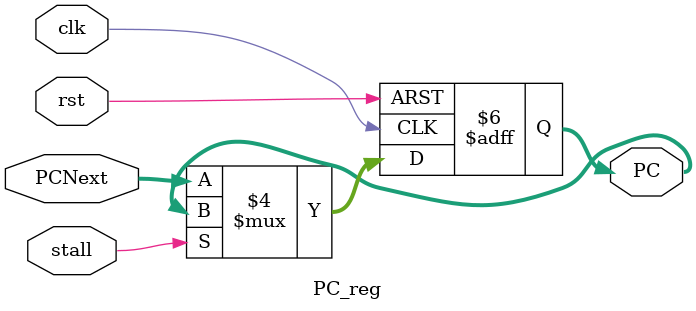
<source format=v>
module PC_reg(
    input wire               clk    ,
    input wire               rst    ,
    input wire  [31:0]       PCNext ,
    input wire               stall  ,
    output reg  [31:0]       PC
);

always @(posedge clk or negedge rst)
begin
    if(!rst)
    begin
        PC <= 32'b0 ;
    end
    else if (!stall)
    begin
        PC <= PCNext ;
    end
end

endmodule
</source>
